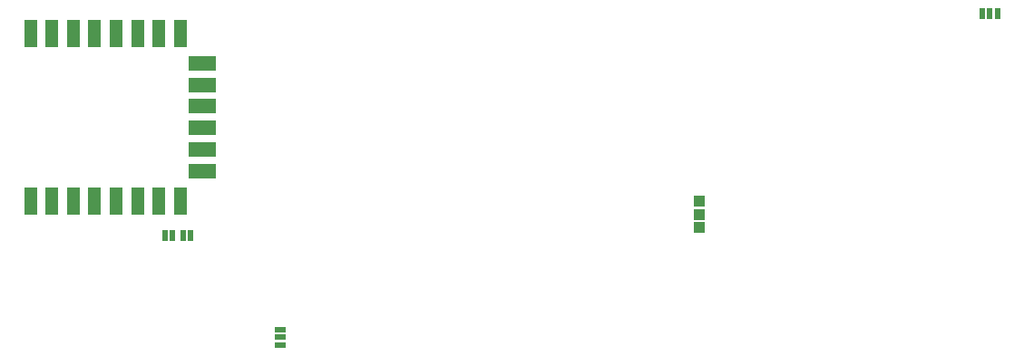
<source format=gbp>
G04 Layer_Color=128*
%FSLAX44Y44*%
%MOMM*%
G71*
G01*
G75*
%ADD85R,1.1430X2.5400*%
%ADD86R,2.5400X1.3970*%
%ADD87R,0.5000X1.0000*%
%ADD88R,1.0000X0.5000*%
%ADD89R,1.0000X1.0000*%
D85*
X8916Y171906D02*
D03*
X28728D02*
D03*
X49048D02*
D03*
X68860D02*
D03*
X88926D02*
D03*
X108992Y171652D02*
D03*
X128804D02*
D03*
X148616Y327862D02*
D03*
X108738D02*
D03*
X88926D02*
D03*
X68606D02*
D03*
X48794D02*
D03*
X28728D02*
D03*
X8916D02*
D03*
X148870Y171652D02*
D03*
X128550Y327862D02*
D03*
D86*
X169444Y199846D02*
D03*
Y220166D02*
D03*
Y239978D02*
D03*
Y260298D02*
D03*
Y280110D02*
D03*
Y299922D02*
D03*
D87*
X141500Y139500D02*
D03*
X134500D02*
D03*
X151164D02*
D03*
X158164D02*
D03*
X911500Y346500D02*
D03*
X897500D02*
D03*
X904500D02*
D03*
D88*
X242000Y44182D02*
D03*
Y51182D02*
D03*
Y37182D02*
D03*
D89*
X633200Y159200D02*
D03*
Y171200D02*
D03*
Y147200D02*
D03*
M02*

</source>
